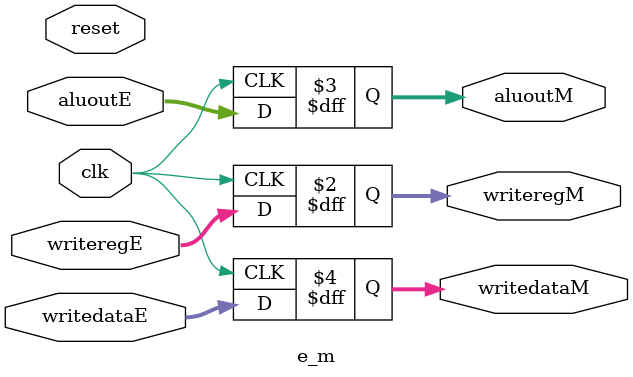
<source format=v>
module e_m(input clk,reset,
	input [4:0] writeregE,
	input [31:0] aluoutE,writedataE,
	output reg [4:0] writeregM,
	output reg [31:0] aluoutM,writedataM);

always @(posedge clk)
begin
	writeregM <= writeregE;

	aluoutM <= aluoutE;
	writedataM <= writedataE;
end
endmodule

</source>
